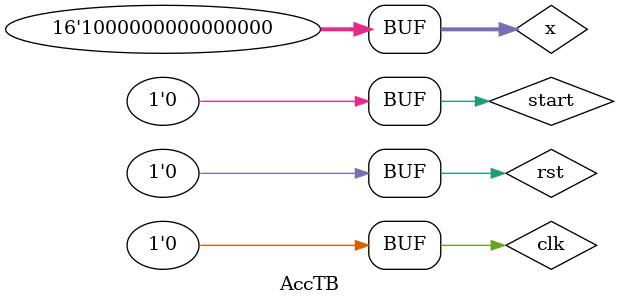
<source format=v>
`timescale 1ns/1ns
module AccTB();
	reg clk=1'b0, rst=1'b0, start=1'b1;
	wire done;
	reg [15:0] x = 16'b0;
	wire [15:0] fracpart;
	wire [1:0] intpart;
	exponential inst(.clk(clk), .rst(rst), .start(start), .x(x), .done(done), .intpart(intpart), .fracpart(fracpart));
	initial repeat(10000) #50 clk = ~clk;
	initial begin
	#220 start = 1'b0;
	#300 x = 16'b1111111111111111;
	#3000 start = 1'b1;
	#100 start = 1'b0;
	#300 x = 16'b1000000000000000;
	#3000 start = 1'b1;
	#100 start = 1'b0;
	end
endmodule
</source>
